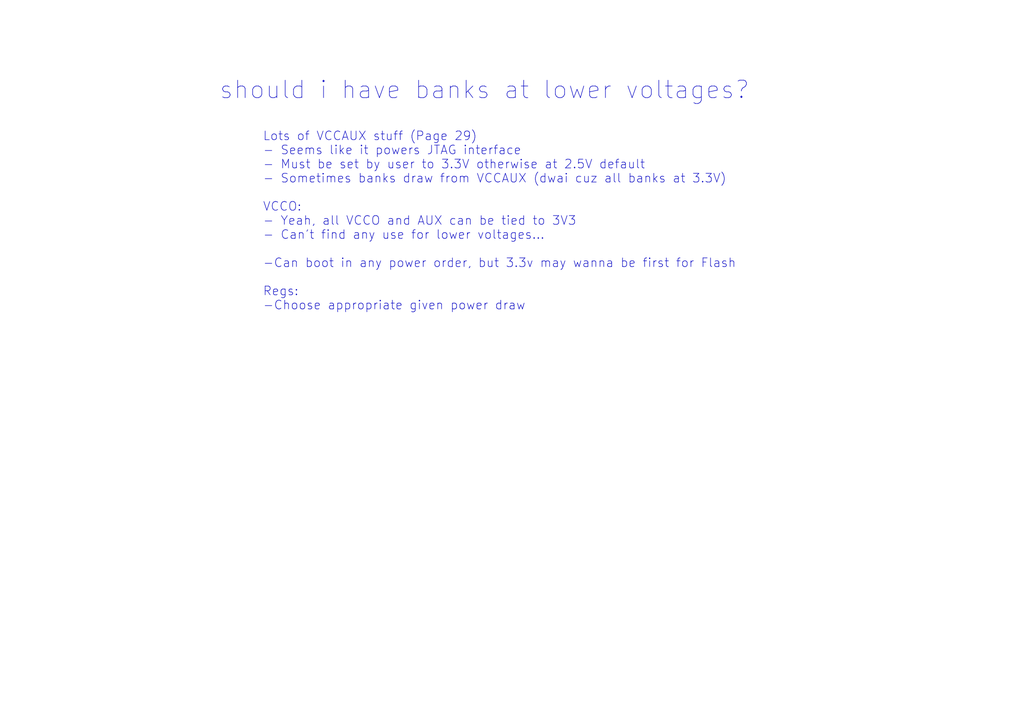
<source format=kicad_sch>
(kicad_sch (version 20230121) (generator eeschema)
  (paper "A4")
  (lib_symbols)
  (text "Lots of VCCAUX stuff (Page 29)\n- Seems like it powers JTAG interface\n- Must be set by user to 3.3V otherwise at 2.5V default\n- Sometimes banks draw from VCCAUX (dwai cuz all banks at 3.3V)\n\nVCCO:\n- Yeah, all VCCO and AUX can be tied to 3V3\n- Can't find any use for lower voltages...\n\n-Can boot in any power order, but 3.3v may wanna be first for Flash\n\nRegs:\n-Choose appropriate given power draw" (at 76.2 90.17 0) (effects (font (size 2.54 2.54)) (justify left bottom)))
  (text "should i have banks at lower voltages?" (at 63.5 29.21 0) (effects (font (size 5.08 5.08)) (justify left bottom)))
)
</source>
